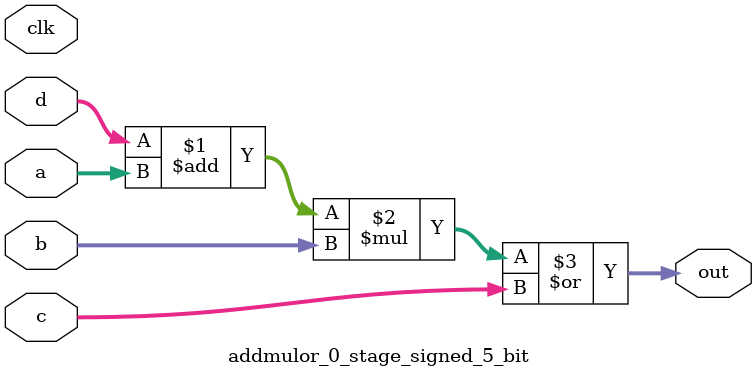
<source format=sv>
(* use_dsp = "yes" *) module addmulor_0_stage_signed_5_bit(
	input signed [4:0] a,
	input signed [4:0] b,
	input signed [4:0] c,
	input signed [4:0] d,
	output [4:0] out,
	input clk);

	assign out = ((d + a) * b) | c;
endmodule

</source>
